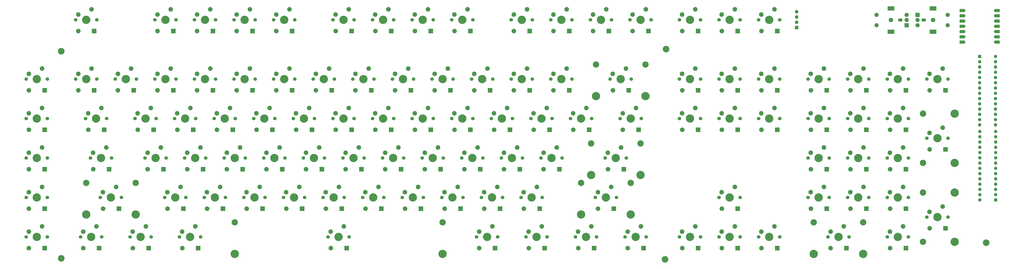
<source format=gbr>
%TF.GenerationSoftware,KiCad,Pcbnew,8.0.8*%
%TF.CreationDate,2025-11-12T22:54:25+00:00*%
%TF.ProjectId,Blueboard-Kicad,426c7565-626f-4617-9264-2d4b69636164,rev?*%
%TF.SameCoordinates,Original*%
%TF.FileFunction,Soldermask,Top*%
%TF.FilePolarity,Negative*%
%FSLAX46Y46*%
G04 Gerber Fmt 4.6, Leading zero omitted, Abs format (unit mm)*
G04 Created by KiCad (PCBNEW 8.0.8) date 2025-11-12 22:54:25*
%MOMM*%
%LPD*%
G01*
G04 APERTURE LIST*
G04 Aperture macros list*
%AMRoundRect*
0 Rectangle with rounded corners*
0 $1 Rounding radius*
0 $2 $3 $4 $5 $6 $7 $8 $9 X,Y pos of 4 corners*
0 Add a 4 corners polygon primitive as box body*
4,1,4,$2,$3,$4,$5,$6,$7,$8,$9,$2,$3,0*
0 Add four circle primitives for the rounded corners*
1,1,$1+$1,$2,$3*
1,1,$1+$1,$4,$5*
1,1,$1+$1,$6,$7*
1,1,$1+$1,$8,$9*
0 Add four rect primitives between the rounded corners*
20,1,$1+$1,$2,$3,$4,$5,0*
20,1,$1+$1,$4,$5,$6,$7,0*
20,1,$1+$1,$6,$7,$8,$9,0*
20,1,$1+$1,$8,$9,$2,$3,0*%
G04 Aperture macros list end*
%ADD10C,3.200000*%
%ADD11C,1.700000*%
%ADD12C,4.000000*%
%ADD13C,2.200000*%
%ADD14C,3.050000*%
%ADD15O,2.200000X1.600000*%
%ADD16C,2.100000*%
%ADD17R,2.000000X2.000000*%
%ADD18C,2.000000*%
%ADD19R,3.200000X2.000000*%
%ADD20R,1.700000X1.700000*%
%ADD21O,1.700000X1.700000*%
%ADD22R,1.600000X1.600000*%
%ADD23O,1.600000X1.600000*%
%ADD24RoundRect,0.152400X-1.063600X-0.609600X1.063600X-0.609600X1.063600X0.609600X-1.063600X0.609600X0*%
%ADD25C,1.524000*%
%ADD26RoundRect,0.152400X1.063600X0.609600X-1.063600X0.609600X-1.063600X-0.609600X1.063600X-0.609600X0*%
%ADD27R,2.200000X2.200000*%
%ADD28O,2.200000X2.200000*%
G04 APERTURE END LIST*
D10*
%TO.C,REF\u002A\u002A*%
X47500000Y-247500000D03*
%TD*%
%TO.C,REF\u002A\u002A*%
X47500000Y-147500000D03*
%TD*%
%TO.C,REF\u002A\u002A*%
X338000000Y-248000000D03*
%TD*%
%TO.C,REF\u002A\u002A*%
X338500000Y-146500000D03*
%TD*%
%TO.C,REF\u002A\u002A*%
X492500000Y-240000000D03*
%TD*%
D11*
%TO.C,SW53*%
X316392500Y-180040000D03*
D12*
X321472500Y-180040000D03*
D11*
X326552500Y-180040000D03*
D13*
X324012500Y-174960000D03*
X317662500Y-177500000D03*
%TD*%
D11*
%TO.C,SW52*%
X292580000Y-180040000D03*
D12*
X297660000Y-180040000D03*
D11*
X302740000Y-180040000D03*
D13*
X300200000Y-174960000D03*
X293850000Y-177500000D03*
%TD*%
D11*
%TO.C,SW98*%
X80648750Y-237190000D03*
D12*
X85728750Y-237190000D03*
D11*
X90808750Y-237190000D03*
D13*
X88268750Y-232110000D03*
X81918750Y-234650000D03*
%TD*%
D11*
%TO.C,SW71*%
X240192500Y-199090000D03*
D12*
X245272500Y-199090000D03*
D11*
X250352500Y-199090000D03*
D13*
X247812500Y-194010000D03*
X241462500Y-196550000D03*
%TD*%
D11*
%TO.C,SW58*%
X425930000Y-180040000D03*
D12*
X431010000Y-180040000D03*
D11*
X436090000Y-180040000D03*
D13*
X433550000Y-174960000D03*
X427200000Y-177500000D03*
%TD*%
D11*
%TO.C,SW102*%
X271148750Y-237190000D03*
D12*
X276228750Y-237190000D03*
D11*
X281308750Y-237190000D03*
D13*
X278768750Y-232110000D03*
X272418750Y-234650000D03*
%TD*%
D14*
%TO.C,SW100*%
X130978750Y-230190000D03*
D12*
X130978750Y-245430000D03*
D11*
X175898750Y-237190000D03*
D12*
X180978750Y-237190000D03*
D11*
X186058750Y-237190000D03*
D14*
X230978750Y-230190000D03*
D12*
X230978750Y-245430000D03*
D13*
X183518750Y-232110000D03*
X177168750Y-234650000D03*
%TD*%
D11*
%TO.C,SW47*%
X197330000Y-180040000D03*
D12*
X202410000Y-180040000D03*
D11*
X207490000Y-180040000D03*
D13*
X204950000Y-174960000D03*
X198600000Y-177500000D03*
%TD*%
D11*
%TO.C,SW61*%
X30642500Y-199090000D03*
D12*
X35722500Y-199090000D03*
D11*
X40802500Y-199090000D03*
D13*
X38262500Y-194010000D03*
X31912500Y-196550000D03*
%TD*%
D11*
%TO.C,SW93*%
X425930000Y-218140000D03*
D12*
X431010000Y-218140000D03*
D11*
X436090000Y-218140000D03*
D13*
X433550000Y-213060000D03*
X427200000Y-215600000D03*
%TD*%
D11*
%TO.C,SW30*%
X283055000Y-160990000D03*
D12*
X288135000Y-160990000D03*
D11*
X293215000Y-160990000D03*
D13*
X290675000Y-155910000D03*
X284325000Y-158450000D03*
%TD*%
D11*
%TO.C,SW23*%
X149705000Y-160990000D03*
D12*
X154785000Y-160990000D03*
D11*
X159865000Y-160990000D03*
D13*
X157325000Y-155910000D03*
X150975000Y-158450000D03*
%TD*%
D15*
%TO.C,ROT3*%
X462500000Y-132500000D03*
D16*
X467000000Y-132500000D03*
D17*
X459500000Y-130000000D03*
D18*
X459500000Y-135000000D03*
X459500000Y-132500000D03*
D19*
X467000000Y-126900000D03*
X467000000Y-138100000D03*
D18*
X474000000Y-135000000D03*
X474000000Y-130000000D03*
%TD*%
D11*
%TO.C,SW69*%
X202092500Y-199090000D03*
D12*
X207172500Y-199090000D03*
D11*
X212252500Y-199090000D03*
D13*
X209712500Y-194010000D03*
X203362500Y-196550000D03*
%TD*%
D11*
%TO.C,SW37*%
X444980000Y-160990000D03*
D12*
X450060000Y-160990000D03*
D11*
X455140000Y-160990000D03*
D13*
X452600000Y-155910000D03*
X446250000Y-158450000D03*
%TD*%
D11*
%TO.C,SW64*%
X106842500Y-199090000D03*
D12*
X111922500Y-199090000D03*
D11*
X117002500Y-199090000D03*
D13*
X114462500Y-194010000D03*
X108112500Y-196550000D03*
%TD*%
D11*
%TO.C,SW65*%
X125892500Y-199090000D03*
D12*
X130972500Y-199090000D03*
D11*
X136052500Y-199090000D03*
D13*
X133512500Y-194010000D03*
X127162500Y-196550000D03*
%TD*%
D11*
%TO.C,SW5*%
X149705000Y-132415000D03*
D12*
X154785000Y-132415000D03*
D11*
X159865000Y-132415000D03*
D13*
X157325000Y-127335000D03*
X150975000Y-129875000D03*
%TD*%
D11*
%TO.C,SW105*%
X344967500Y-237190000D03*
D12*
X350047500Y-237190000D03*
D11*
X355127500Y-237190000D03*
D13*
X352587500Y-232110000D03*
X346237500Y-234650000D03*
%TD*%
D11*
%TO.C,SW75*%
X406880000Y-199090000D03*
D12*
X411960000Y-199090000D03*
D11*
X417040000Y-199090000D03*
D13*
X414500000Y-194010000D03*
X408150000Y-196550000D03*
%TD*%
D11*
%TO.C,SW82*%
X135417500Y-218140000D03*
D12*
X140497500Y-218140000D03*
D11*
X145577500Y-218140000D03*
D13*
X143037500Y-213060000D03*
X136687500Y-215600000D03*
%TD*%
D11*
%TO.C,SW96*%
X30642500Y-237190000D03*
D12*
X35722500Y-237190000D03*
D11*
X40802500Y-237190000D03*
D13*
X38262500Y-232110000D03*
X31912500Y-234650000D03*
%TD*%
D11*
%TO.C,SW85*%
X192567500Y-218140000D03*
D12*
X197647500Y-218140000D03*
D11*
X202727500Y-218140000D03*
D13*
X200187500Y-213060000D03*
X193837500Y-215600000D03*
%TD*%
D11*
%TO.C,SW15*%
X364017500Y-132415000D03*
D12*
X369097500Y-132415000D03*
D11*
X374177500Y-132415000D03*
D13*
X371637500Y-127335000D03*
X365287500Y-129875000D03*
%TD*%
D11*
%TO.C,SW86*%
X211617500Y-218140000D03*
D12*
X216697500Y-218140000D03*
D11*
X221777500Y-218140000D03*
D13*
X219237500Y-213060000D03*
X212887500Y-215600000D03*
%TD*%
D11*
%TO.C,SW68*%
X183042500Y-199090000D03*
D12*
X188122500Y-199090000D03*
D11*
X193202500Y-199090000D03*
D13*
X190662500Y-194010000D03*
X184312500Y-196550000D03*
%TD*%
D11*
%TO.C,SW87*%
X230667500Y-218140000D03*
D12*
X235747500Y-218140000D03*
D11*
X240827500Y-218140000D03*
D13*
X238287500Y-213060000D03*
X231937500Y-215600000D03*
%TD*%
D11*
%TO.C,SW44*%
X140180000Y-180040000D03*
D12*
X145260000Y-180040000D03*
D11*
X150340000Y-180040000D03*
D13*
X147800000Y-174960000D03*
X141450000Y-177500000D03*
%TD*%
D11*
%TO.C,SW88*%
X249717500Y-218140000D03*
D12*
X254797500Y-218140000D03*
D11*
X259877500Y-218140000D03*
D13*
X257337500Y-213060000D03*
X250987500Y-215600000D03*
%TD*%
D11*
%TO.C,SW55*%
X364017500Y-180040000D03*
D12*
X369097500Y-180040000D03*
D11*
X374177500Y-180040000D03*
D13*
X371637500Y-174960000D03*
X365287500Y-177500000D03*
%TD*%
D11*
%TO.C,SW83*%
X154467500Y-218140000D03*
D12*
X159547500Y-218140000D03*
D11*
X164627500Y-218140000D03*
D13*
X162087500Y-213060000D03*
X155737500Y-215600000D03*
%TD*%
D11*
%TO.C,SW38*%
X464030000Y-160990000D03*
D12*
X469110000Y-160990000D03*
D11*
X474190000Y-160990000D03*
D13*
X471650000Y-155910000D03*
X465300000Y-158450000D03*
%TD*%
D11*
%TO.C,SW13*%
X321155000Y-132415000D03*
D12*
X326235000Y-132415000D03*
D11*
X331315000Y-132415000D03*
D13*
X328775000Y-127335000D03*
X322425000Y-129875000D03*
%TD*%
D11*
%TO.C,SW2*%
X92555000Y-132415000D03*
D12*
X97635000Y-132415000D03*
D11*
X102715000Y-132415000D03*
D13*
X100175000Y-127335000D03*
X93825000Y-129875000D03*
%TD*%
D11*
%TO.C,SW107*%
X383067500Y-237190000D03*
D12*
X388147500Y-237190000D03*
D11*
X393227500Y-237190000D03*
D13*
X390687500Y-232110000D03*
X384337500Y-234650000D03*
%TD*%
%TO.C,SW31*%
X312900000Y-158450000D03*
X319250000Y-155910000D03*
D12*
X328610000Y-169230000D03*
D14*
X328610000Y-153990000D03*
D11*
X321790000Y-160990000D03*
D12*
X316710000Y-160990000D03*
D11*
X311630000Y-160990000D03*
D12*
X304810000Y-169230000D03*
D14*
X304810000Y-153990000D03*
%TD*%
D11*
%TO.C,SW11*%
X283055000Y-132415000D03*
D12*
X288135000Y-132415000D03*
D11*
X293215000Y-132415000D03*
D13*
X290675000Y-127335000D03*
X284325000Y-129875000D03*
%TD*%
D11*
%TO.C,SW78*%
X30642500Y-218140000D03*
D12*
X35722500Y-218140000D03*
D11*
X40802500Y-218140000D03*
D13*
X38262500Y-213060000D03*
X31912500Y-215600000D03*
%TD*%
D11*
%TO.C,SW73*%
X278292500Y-199090000D03*
D12*
X283372500Y-199090000D03*
D11*
X288452500Y-199090000D03*
D13*
X285912500Y-194010000D03*
X279562500Y-196550000D03*
%TD*%
D11*
%TO.C,SW16*%
X383067500Y-132415000D03*
D12*
X388147500Y-132415000D03*
D11*
X393227500Y-132415000D03*
D13*
X390687500Y-127335000D03*
X384337500Y-129875000D03*
%TD*%
D11*
%TO.C,SW29*%
X264005000Y-160990000D03*
D12*
X269085000Y-160990000D03*
D11*
X274165000Y-160990000D03*
D13*
X271625000Y-155910000D03*
X265275000Y-158450000D03*
%TD*%
D11*
%TO.C,SW27*%
X225905000Y-160990000D03*
D12*
X230985000Y-160990000D03*
D11*
X236065000Y-160990000D03*
D13*
X233525000Y-155910000D03*
X227175000Y-158450000D03*
%TD*%
D14*
%TO.C,SW90*%
X297666250Y-211140000D03*
D12*
X297666250Y-226380000D03*
D11*
X304486250Y-218140000D03*
D12*
X309566250Y-218140000D03*
D11*
X314646250Y-218140000D03*
D14*
X321466250Y-211140000D03*
D12*
X321466250Y-226380000D03*
D13*
X312106250Y-213060000D03*
X305756250Y-215600000D03*
%TD*%
D11*
%TO.C,SW76*%
X425930000Y-199090000D03*
D12*
X431010000Y-199090000D03*
D11*
X436090000Y-199090000D03*
D13*
X433550000Y-194010000D03*
X427200000Y-196550000D03*
%TD*%
D11*
%TO.C,SW22*%
X130655000Y-160990000D03*
D12*
X135735000Y-160990000D03*
D11*
X140815000Y-160990000D03*
D13*
X138275000Y-155910000D03*
X131925000Y-158450000D03*
%TD*%
D11*
%TO.C,SW40*%
X59217500Y-180040000D03*
D12*
X64297500Y-180040000D03*
D11*
X69377500Y-180040000D03*
D13*
X66837500Y-174960000D03*
X60487500Y-177500000D03*
%TD*%
D11*
%TO.C,SW34*%
X383067500Y-160990000D03*
D12*
X388147500Y-160990000D03*
D11*
X393227500Y-160990000D03*
D13*
X390687500Y-155910000D03*
X384337500Y-158450000D03*
%TD*%
D11*
%TO.C,SW25*%
X187805000Y-160990000D03*
D12*
X192885000Y-160990000D03*
D11*
X197965000Y-160990000D03*
D13*
X195425000Y-155910000D03*
X189075000Y-158450000D03*
%TD*%
D11*
%TO.C,SW66*%
X144942500Y-199090000D03*
D12*
X150022500Y-199090000D03*
D11*
X155102500Y-199090000D03*
D13*
X152562500Y-194010000D03*
X146212500Y-196550000D03*
%TD*%
D11*
%TO.C,SW48*%
X216380000Y-180040000D03*
D12*
X221460000Y-180040000D03*
D11*
X226540000Y-180040000D03*
D13*
X224000000Y-174960000D03*
X217650000Y-177500000D03*
%TD*%
D11*
%TO.C,SW14*%
X344967500Y-132415000D03*
D12*
X350047500Y-132415000D03*
D11*
X355127500Y-132415000D03*
D13*
X352587500Y-127335000D03*
X346237500Y-129875000D03*
%TD*%
D11*
%TO.C,SW36*%
X425930000Y-160990000D03*
D12*
X431010000Y-160990000D03*
D11*
X436090000Y-160990000D03*
D13*
X433550000Y-155910000D03*
X427200000Y-158450000D03*
%TD*%
D14*
%TO.C,SW79*%
X59541250Y-211140000D03*
D12*
X59541250Y-226380000D03*
D11*
X66361250Y-218140000D03*
D12*
X71441250Y-218140000D03*
D11*
X76521250Y-218140000D03*
D14*
X83341250Y-211140000D03*
D12*
X83341250Y-226380000D03*
D13*
X73981250Y-213060000D03*
X67631250Y-215600000D03*
%TD*%
D11*
%TO.C,SW106*%
X364017500Y-237190000D03*
D12*
X369097500Y-237190000D03*
D11*
X374177500Y-237190000D03*
D13*
X371637500Y-232110000D03*
X365287500Y-234650000D03*
%TD*%
D20*
%TO.C,J1*%
X401385000Y-136080000D03*
D21*
X401385000Y-133540000D03*
X401385000Y-131000000D03*
X401385000Y-128460000D03*
%TD*%
D15*
%TO.C,ROT2*%
X451250000Y-132500000D03*
D16*
X446750000Y-132500000D03*
D17*
X454250000Y-135000000D03*
D18*
X454250000Y-130000000D03*
X454250000Y-132500000D03*
D19*
X446750000Y-138100000D03*
X446750000Y-126900000D03*
D18*
X439750000Y-130000000D03*
X439750000Y-135000000D03*
%TD*%
D11*
%TO.C,SW17*%
X30642500Y-160990000D03*
D12*
X35722500Y-160990000D03*
D11*
X40802500Y-160990000D03*
D13*
X38262500Y-155910000D03*
X31912500Y-158450000D03*
%TD*%
D11*
%TO.C,SW57*%
X406880000Y-180040000D03*
D12*
X411960000Y-180040000D03*
D11*
X417040000Y-180040000D03*
D13*
X414500000Y-174960000D03*
X408150000Y-177500000D03*
%TD*%
D11*
%TO.C,SW97*%
X56836250Y-237190000D03*
D12*
X61916250Y-237190000D03*
D11*
X66996250Y-237190000D03*
D13*
X64456250Y-232110000D03*
X58106250Y-234650000D03*
%TD*%
D11*
%TO.C,SW99*%
X104461250Y-237190000D03*
D12*
X109541250Y-237190000D03*
D11*
X114621250Y-237190000D03*
D13*
X112081250Y-232110000D03*
X105731250Y-234650000D03*
%TD*%
D11*
%TO.C,SW32*%
X344967500Y-160990000D03*
D12*
X350047500Y-160990000D03*
D11*
X355127500Y-160990000D03*
D13*
X352587500Y-155910000D03*
X346237500Y-158450000D03*
%TD*%
D11*
%TO.C,SW28*%
X244955000Y-160990000D03*
D12*
X250035000Y-160990000D03*
D11*
X255115000Y-160990000D03*
D13*
X252575000Y-155910000D03*
X246225000Y-158450000D03*
%TD*%
D11*
%TO.C,SW24*%
X168755000Y-160990000D03*
D12*
X173835000Y-160990000D03*
D11*
X178915000Y-160990000D03*
D13*
X176375000Y-155910000D03*
X170025000Y-158450000D03*
%TD*%
D11*
%TO.C,SW92*%
X406880000Y-218140000D03*
D12*
X411960000Y-218140000D03*
D11*
X417040000Y-218140000D03*
D13*
X414500000Y-213060000D03*
X408150000Y-215600000D03*
%TD*%
D22*
%TO.C,U4*%
X489380000Y-150100000D03*
D23*
X489380000Y-152640000D03*
X489380000Y-155180000D03*
X489380000Y-157720000D03*
X489380000Y-160260000D03*
X489380000Y-162800000D03*
X489380000Y-165340000D03*
X489380000Y-167880000D03*
X489380000Y-170420000D03*
X489380000Y-172960000D03*
X489380000Y-175500000D03*
X489380000Y-178040000D03*
X489380000Y-180580000D03*
X489380000Y-183120000D03*
X497000000Y-183120000D03*
X497000000Y-180580000D03*
X497000000Y-178040000D03*
X497000000Y-175500000D03*
X497000000Y-172960000D03*
X497000000Y-170420000D03*
X497000000Y-167880000D03*
X497000000Y-165340000D03*
X497000000Y-162800000D03*
X497000000Y-160260000D03*
X497000000Y-157720000D03*
X497000000Y-155180000D03*
X497000000Y-152640000D03*
X497000000Y-150100000D03*
%TD*%
D11*
%TO.C,SW46*%
X178280000Y-180040000D03*
D12*
X183360000Y-180040000D03*
D11*
X188440000Y-180040000D03*
D13*
X185900000Y-174960000D03*
X179550000Y-177500000D03*
%TD*%
D11*
%TO.C,SW7*%
X197330000Y-132415000D03*
D12*
X202410000Y-132415000D03*
D11*
X207490000Y-132415000D03*
D13*
X204950000Y-127335000D03*
X198600000Y-129875000D03*
%TD*%
D11*
%TO.C,SW6*%
X178280000Y-132415000D03*
D12*
X183360000Y-132415000D03*
D11*
X188440000Y-132415000D03*
D13*
X185900000Y-127335000D03*
X179550000Y-129875000D03*
%TD*%
D11*
%TO.C,SW42*%
X102080000Y-180040000D03*
D12*
X107160000Y-180040000D03*
D11*
X112240000Y-180040000D03*
D13*
X109700000Y-174960000D03*
X103350000Y-177500000D03*
%TD*%
D11*
%TO.C,SW62*%
X61598750Y-199090000D03*
D12*
X66678750Y-199090000D03*
D11*
X71758750Y-199090000D03*
D13*
X69218750Y-194010000D03*
X62868750Y-196550000D03*
%TD*%
D11*
%TO.C,SW72*%
X259242500Y-199090000D03*
D12*
X264322500Y-199090000D03*
D11*
X269402500Y-199090000D03*
D13*
X266862500Y-194010000D03*
X260512500Y-196550000D03*
%TD*%
D11*
%TO.C,SW20*%
X92555000Y-160990000D03*
D12*
X97635000Y-160990000D03*
D11*
X102715000Y-160990000D03*
D13*
X100175000Y-155910000D03*
X93825000Y-158450000D03*
%TD*%
D11*
%TO.C,SW91*%
X364017500Y-218140000D03*
D12*
X369097500Y-218140000D03*
D11*
X374177500Y-218140000D03*
D13*
X371637500Y-213060000D03*
X365287500Y-215600000D03*
%TD*%
D11*
%TO.C,SW41*%
X83030000Y-180040000D03*
D12*
X88110000Y-180040000D03*
D11*
X93190000Y-180040000D03*
D13*
X90650000Y-174960000D03*
X84300000Y-177500000D03*
%TD*%
D11*
%TO.C,SW35*%
X406880000Y-160990000D03*
D12*
X411960000Y-160990000D03*
D11*
X417040000Y-160990000D03*
D13*
X414500000Y-155910000D03*
X408150000Y-158450000D03*
%TD*%
D11*
%TO.C,SW67*%
X163992500Y-199090000D03*
D12*
X169072500Y-199090000D03*
D11*
X174152500Y-199090000D03*
D13*
X171612500Y-194010000D03*
X165262500Y-196550000D03*
%TD*%
%TO.C,SW95*%
X465300000Y-225125000D03*
X471650000Y-222585000D03*
D12*
X477350000Y-239565000D03*
X477350000Y-215765000D03*
D11*
X474190000Y-227665000D03*
D12*
X469110000Y-227665000D03*
D11*
X464030000Y-227665000D03*
D14*
X462110000Y-239565000D03*
X462110000Y-215765000D03*
%TD*%
D11*
%TO.C,SW9*%
X235430000Y-132415000D03*
D12*
X240510000Y-132415000D03*
D11*
X245590000Y-132415000D03*
D13*
X243050000Y-127335000D03*
X236700000Y-129875000D03*
%TD*%
D11*
%TO.C,SW33*%
X364017500Y-160990000D03*
D12*
X369097500Y-160990000D03*
D11*
X374177500Y-160990000D03*
D13*
X371637500Y-155910000D03*
X365287500Y-158450000D03*
%TD*%
D11*
%TO.C,SW70*%
X221142500Y-199090000D03*
D12*
X226222500Y-199090000D03*
D11*
X231302500Y-199090000D03*
D13*
X228762500Y-194010000D03*
X222412500Y-196550000D03*
%TD*%
D11*
%TO.C,SW63*%
X87792500Y-199090000D03*
D12*
X92872500Y-199090000D03*
D11*
X97952500Y-199090000D03*
D13*
X95412500Y-194010000D03*
X89062500Y-196550000D03*
%TD*%
D22*
%TO.C,U3*%
X497120000Y-219360000D03*
D23*
X497120000Y-216820000D03*
X497120000Y-214280000D03*
X497120000Y-211740000D03*
X497120000Y-209200000D03*
X497120000Y-206660000D03*
X497120000Y-204120000D03*
X497120000Y-201580000D03*
X497120000Y-199040000D03*
X497120000Y-196500000D03*
X497120000Y-193960000D03*
X497120000Y-191420000D03*
X497120000Y-188880000D03*
X497120000Y-186340000D03*
X489500000Y-186340000D03*
X489500000Y-188880000D03*
X489500000Y-191420000D03*
X489500000Y-193960000D03*
X489500000Y-196500000D03*
X489500000Y-199040000D03*
X489500000Y-201580000D03*
X489500000Y-204120000D03*
X489500000Y-206660000D03*
X489500000Y-209200000D03*
X489500000Y-211740000D03*
X489500000Y-214280000D03*
X489500000Y-216820000D03*
X489500000Y-219360000D03*
%TD*%
D14*
%TO.C,SW60*%
X462110000Y-177665000D03*
X462110000Y-201465000D03*
D11*
X464030000Y-189565000D03*
D12*
X469110000Y-189565000D03*
D11*
X474190000Y-189565000D03*
D12*
X477350000Y-177665000D03*
X477350000Y-201465000D03*
D13*
X471650000Y-184485000D03*
X465300000Y-187025000D03*
%TD*%
D11*
%TO.C,SW51*%
X273530000Y-180040000D03*
D12*
X278610000Y-180040000D03*
D11*
X283690000Y-180040000D03*
D13*
X281150000Y-174960000D03*
X274800000Y-177500000D03*
%TD*%
D11*
%TO.C,SW56*%
X383067500Y-180040000D03*
D12*
X388147500Y-180040000D03*
D11*
X393227500Y-180040000D03*
D13*
X390687500Y-174960000D03*
X384337500Y-177500000D03*
%TD*%
D11*
%TO.C,SW80*%
X97317500Y-218140000D03*
D12*
X102397500Y-218140000D03*
D11*
X107477500Y-218140000D03*
D13*
X104937500Y-213060000D03*
X98587500Y-215600000D03*
%TD*%
D11*
%TO.C,SW104*%
X318773750Y-237190000D03*
D12*
X323853750Y-237190000D03*
D11*
X328933750Y-237190000D03*
D13*
X326393750Y-232110000D03*
X320043750Y-234650000D03*
%TD*%
D11*
%TO.C,SW89*%
X268767500Y-218140000D03*
D12*
X273847500Y-218140000D03*
D11*
X278927500Y-218140000D03*
D13*
X276387500Y-213060000D03*
X270037500Y-215600000D03*
%TD*%
D14*
%TO.C,SW74*%
X302428750Y-192090000D03*
D12*
X302428750Y-207330000D03*
D11*
X309248750Y-199090000D03*
D12*
X314328750Y-199090000D03*
D11*
X319408750Y-199090000D03*
D14*
X326228750Y-192090000D03*
D12*
X326228750Y-207330000D03*
D13*
X316868750Y-194010000D03*
X310518750Y-196550000D03*
%TD*%
D11*
%TO.C,SW94*%
X444980000Y-218140000D03*
D12*
X450060000Y-218140000D03*
D11*
X455140000Y-218140000D03*
D13*
X452600000Y-213060000D03*
X446250000Y-215600000D03*
%TD*%
D11*
%TO.C,SW77*%
X444980000Y-199090000D03*
D12*
X450060000Y-199090000D03*
D11*
X455140000Y-199090000D03*
D13*
X452600000Y-194010000D03*
X446250000Y-196550000D03*
%TD*%
D11*
%TO.C,SW39*%
X30642500Y-180040000D03*
D12*
X35722500Y-180040000D03*
D11*
X40802500Y-180040000D03*
D13*
X38262500Y-174960000D03*
X31912500Y-177500000D03*
%TD*%
D14*
%TO.C,SW108*%
X409585000Y-230190000D03*
D12*
X409585000Y-245430000D03*
D11*
X416405000Y-237190000D03*
D12*
X421485000Y-237190000D03*
D11*
X426565000Y-237190000D03*
D14*
X433385000Y-230190000D03*
D12*
X433385000Y-245430000D03*
D13*
X424025000Y-232110000D03*
X417675000Y-234650000D03*
%TD*%
D11*
%TO.C,SW84*%
X173517500Y-218140000D03*
D12*
X178597500Y-218140000D03*
D11*
X183677500Y-218140000D03*
D13*
X181137500Y-213060000D03*
X174787500Y-215600000D03*
%TD*%
D11*
%TO.C,SW59*%
X444980000Y-180040000D03*
D12*
X450060000Y-180040000D03*
D11*
X455140000Y-180040000D03*
D13*
X452600000Y-174960000D03*
X446250000Y-177500000D03*
%TD*%
D11*
%TO.C,SW21*%
X111605000Y-160990000D03*
D12*
X116685000Y-160990000D03*
D11*
X121765000Y-160990000D03*
D13*
X119225000Y-155910000D03*
X112875000Y-158450000D03*
%TD*%
D11*
%TO.C,SW49*%
X235430000Y-180040000D03*
D12*
X240510000Y-180040000D03*
D11*
X245590000Y-180040000D03*
D13*
X243050000Y-174960000D03*
X236700000Y-177500000D03*
%TD*%
D11*
%TO.C,SW103*%
X294961250Y-237190000D03*
D12*
X300041250Y-237190000D03*
D11*
X305121250Y-237190000D03*
D13*
X302581250Y-232110000D03*
X296231250Y-234650000D03*
%TD*%
D11*
%TO.C,SW81*%
X116367500Y-218140000D03*
D12*
X121447500Y-218140000D03*
D11*
X126527500Y-218140000D03*
D13*
X123987500Y-213060000D03*
X117637500Y-215600000D03*
%TD*%
D11*
%TO.C,SW109*%
X444980000Y-237190000D03*
D12*
X450060000Y-237190000D03*
D11*
X455140000Y-237190000D03*
D13*
X452600000Y-232110000D03*
X446250000Y-234650000D03*
%TD*%
D11*
%TO.C,SW4*%
X130655000Y-132415000D03*
D12*
X135735000Y-132415000D03*
D11*
X140815000Y-132415000D03*
D13*
X138275000Y-127335000D03*
X131925000Y-129875000D03*
%TD*%
D11*
%TO.C,SW26*%
X206855000Y-160990000D03*
D12*
X211935000Y-160990000D03*
D11*
X217015000Y-160990000D03*
D13*
X214475000Y-155910000D03*
X208125000Y-158450000D03*
%TD*%
D11*
%TO.C,SW45*%
X159230000Y-180040000D03*
D12*
X164310000Y-180040000D03*
D11*
X169390000Y-180040000D03*
D13*
X166850000Y-174960000D03*
X160500000Y-177500000D03*
%TD*%
D11*
%TO.C,SW19*%
X73505000Y-160990000D03*
D12*
X78585000Y-160990000D03*
D11*
X83665000Y-160990000D03*
D13*
X81125000Y-155910000D03*
X74775000Y-158450000D03*
%TD*%
D11*
%TO.C,SW101*%
X247336250Y-237190000D03*
D12*
X252416250Y-237190000D03*
D11*
X257496250Y-237190000D03*
D13*
X254956250Y-232110000D03*
X248606250Y-234650000D03*
%TD*%
D11*
%TO.C,SW54*%
X344967500Y-180040000D03*
D12*
X350047500Y-180040000D03*
D11*
X355127500Y-180040000D03*
D13*
X352587500Y-174960000D03*
X346237500Y-177500000D03*
%TD*%
D11*
%TO.C,SW12*%
X302105000Y-132415000D03*
D12*
X307185000Y-132415000D03*
D11*
X312265000Y-132415000D03*
D13*
X309725000Y-127335000D03*
X303375000Y-129875000D03*
%TD*%
D24*
%TO.C,U1*%
X497835000Y-127880000D03*
D25*
X497000000Y-127880000D03*
D24*
X497835000Y-130420000D03*
D25*
X497000000Y-130420000D03*
D24*
X497835000Y-132960000D03*
D25*
X497000000Y-132960000D03*
D24*
X497835000Y-135500000D03*
D25*
X497000000Y-135500000D03*
D24*
X497835000Y-138040000D03*
D25*
X497000000Y-138040000D03*
D24*
X497835000Y-140580000D03*
D25*
X497000000Y-140580000D03*
D24*
X497835000Y-143120000D03*
D25*
X497000000Y-143120000D03*
X481760000Y-143120000D03*
D26*
X480925000Y-143120000D03*
D25*
X481760000Y-140580000D03*
D26*
X480925000Y-140580000D03*
D25*
X481760000Y-138040000D03*
D26*
X480925000Y-138040000D03*
D25*
X481760000Y-135500000D03*
D26*
X480925000Y-135500000D03*
D25*
X481760000Y-132960000D03*
D26*
X480925000Y-132960000D03*
D25*
X481760000Y-130420000D03*
D26*
X480925000Y-130420000D03*
D25*
X481760000Y-127880000D03*
D26*
X480925000Y-127880000D03*
%TD*%
D11*
%TO.C,SW1*%
X54455000Y-132415000D03*
D12*
X59535000Y-132415000D03*
D11*
X64615000Y-132415000D03*
D13*
X62075000Y-127335000D03*
X55725000Y-129875000D03*
%TD*%
D11*
%TO.C,SW43*%
X121130000Y-180040000D03*
D12*
X126210000Y-180040000D03*
D11*
X131290000Y-180040000D03*
D13*
X128750000Y-174960000D03*
X122400000Y-177500000D03*
%TD*%
D11*
%TO.C,SW8*%
X216380000Y-132415000D03*
D12*
X221460000Y-132415000D03*
D11*
X226540000Y-132415000D03*
D13*
X224000000Y-127335000D03*
X217650000Y-129875000D03*
%TD*%
D11*
%TO.C,SW10*%
X264005000Y-132415000D03*
D12*
X269085000Y-132415000D03*
D11*
X274165000Y-132415000D03*
D13*
X271625000Y-127335000D03*
X265275000Y-129875000D03*
%TD*%
D11*
%TO.C,SW50*%
X254480000Y-180040000D03*
D12*
X259560000Y-180040000D03*
D11*
X264640000Y-180040000D03*
D13*
X262100000Y-174960000D03*
X255750000Y-177500000D03*
%TD*%
D27*
%TO.C,D37*%
X182447500Y-223560000D03*
D28*
X174827500Y-223560000D03*
%TD*%
D27*
%TO.C,D41*%
X191972500Y-204510000D03*
D28*
X184352500Y-204510000D03*
%TD*%
D27*
%TO.C,D28*%
X139585000Y-137835000D03*
D28*
X131965000Y-137835000D03*
%TD*%
D27*
%TO.C,D68*%
X282460000Y-185460000D03*
D28*
X274840000Y-185460000D03*
%TD*%
D27*
%TO.C,D53*%
X256266250Y-242610000D03*
D28*
X248646250Y-242610000D03*
%TD*%
D27*
%TO.C,D100*%
X434860000Y-204510000D03*
D28*
X427240000Y-204510000D03*
%TD*%
D27*
%TO.C,D98*%
X434860000Y-166410000D03*
D28*
X427240000Y-166410000D03*
%TD*%
D27*
%TO.C,D76*%
X272935000Y-137835000D03*
D28*
X265315000Y-137835000D03*
%TD*%
D27*
%TO.C,D99*%
X434860000Y-185460000D03*
D28*
X427240000Y-185460000D03*
%TD*%
D27*
%TO.C,D39*%
X177685000Y-166410000D03*
D28*
X170065000Y-166410000D03*
%TD*%
D27*
%TO.C,D86*%
X372947500Y-185460000D03*
D28*
X365327500Y-185460000D03*
%TD*%
D27*
%TO.C,D31*%
X153872500Y-204510000D03*
D28*
X146252500Y-204510000D03*
%TD*%
D27*
%TO.C,D49*%
X215785000Y-166410000D03*
D28*
X208165000Y-166410000D03*
%TD*%
D27*
%TO.C,D44*%
X206260000Y-185460000D03*
D28*
X198640000Y-185460000D03*
%TD*%
D27*
%TO.C,D47*%
X187210000Y-137835000D03*
D28*
X179590000Y-137835000D03*
%TD*%
D27*
%TO.C,D35*%
X168160000Y-185460000D03*
D28*
X160540000Y-185460000D03*
%TD*%
D27*
%TO.C,D40*%
X187210000Y-185460000D03*
D28*
X179590000Y-185460000D03*
%TD*%
D27*
%TO.C,D60*%
X244360000Y-137835000D03*
D28*
X236740000Y-137835000D03*
%TD*%
D27*
%TO.C,D23*%
X120535000Y-137835000D03*
D28*
X112915000Y-137835000D03*
%TD*%
D27*
%TO.C,D104*%
X453910000Y-204510000D03*
D28*
X446290000Y-204510000D03*
%TD*%
D27*
%TO.C,D43*%
X196735000Y-166410000D03*
D28*
X189115000Y-166410000D03*
%TD*%
D27*
%TO.C,D63*%
X268172500Y-204510000D03*
D28*
X260552500Y-204510000D03*
%TD*%
D27*
%TO.C,D8*%
X68147500Y-185460000D03*
D28*
X60527500Y-185460000D03*
%TD*%
D27*
%TO.C,D78*%
X318178750Y-204510000D03*
D28*
X310558750Y-204510000D03*
%TD*%
D27*
%TO.C,D16*%
X89578750Y-242610000D03*
D28*
X81958750Y-242610000D03*
%TD*%
D27*
%TO.C,D88*%
X372947500Y-223560000D03*
D28*
X365327500Y-223560000D03*
%TD*%
D27*
%TO.C,D33*%
X158635000Y-137835000D03*
D28*
X151015000Y-137835000D03*
%TD*%
D27*
%TO.C,D102*%
X453910000Y-166410000D03*
D28*
X446290000Y-166410000D03*
%TD*%
D27*
%TO.C,D21*%
X125297500Y-223560000D03*
D28*
X117677500Y-223560000D03*
%TD*%
D27*
%TO.C,D82*%
X353897500Y-185460000D03*
D28*
X346277500Y-185460000D03*
%TD*%
D27*
%TO.C,D72*%
X301510000Y-185460000D03*
D28*
X293890000Y-185460000D03*
%TD*%
D27*
%TO.C,D24*%
X120535000Y-166410000D03*
D28*
X112915000Y-166410000D03*
%TD*%
D27*
%TO.C,D55*%
X234835000Y-166410000D03*
D28*
X227215000Y-166410000D03*
%TD*%
D27*
%TO.C,D42*%
X201497500Y-223560000D03*
D28*
X193877500Y-223560000D03*
%TD*%
D27*
%TO.C,D87*%
X372947500Y-242610000D03*
D28*
X365327500Y-242610000D03*
%TD*%
D27*
%TO.C,D101*%
X434860000Y-223560000D03*
D28*
X427240000Y-223560000D03*
%TD*%
D27*
%TO.C,D48*%
X206260000Y-137835000D03*
D28*
X198640000Y-137835000D03*
%TD*%
D27*
%TO.C,D108*%
X472960000Y-194985000D03*
D28*
X465340000Y-194985000D03*
%TD*%
D27*
%TO.C,D58*%
X258647500Y-223560000D03*
D28*
X251027500Y-223560000D03*
%TD*%
D27*
%TO.C,D12*%
X82435000Y-166410000D03*
D28*
X74815000Y-166410000D03*
%TD*%
D27*
%TO.C,D38*%
X184828750Y-242610000D03*
D28*
X177208750Y-242610000D03*
%TD*%
D27*
%TO.C,D7*%
X63385000Y-166410000D03*
D28*
X55765000Y-166410000D03*
%TD*%
D27*
%TO.C,D105*%
X453910000Y-223560000D03*
D28*
X446290000Y-223560000D03*
%TD*%
D27*
%TO.C,D73*%
X311035000Y-137835000D03*
D28*
X303415000Y-137835000D03*
%TD*%
D27*
%TO.C,D6*%
X39572500Y-242610000D03*
D28*
X31952500Y-242610000D03*
%TD*%
D27*
%TO.C,D91*%
X391997500Y-185460000D03*
D28*
X384377500Y-185460000D03*
%TD*%
D27*
%TO.C,D103*%
X453910000Y-185460000D03*
D28*
X446290000Y-185460000D03*
%TD*%
D27*
%TO.C,D75*%
X325322500Y-185460000D03*
D28*
X317702500Y-185460000D03*
%TD*%
D27*
%TO.C,D22*%
X113391250Y-242610000D03*
D28*
X105771250Y-242610000D03*
%TD*%
D27*
%TO.C,D83*%
X372947500Y-137835000D03*
D28*
X365327500Y-137835000D03*
%TD*%
D27*
%TO.C,D27*%
X144347500Y-223560000D03*
D28*
X136727500Y-223560000D03*
%TD*%
D27*
%TO.C,D17*%
X101485000Y-137835000D03*
D28*
X93865000Y-137835000D03*
%TD*%
D27*
%TO.C,D19*%
X111010000Y-185460000D03*
D28*
X103390000Y-185460000D03*
%TD*%
D27*
%TO.C,D25*%
X130060000Y-185460000D03*
D28*
X122440000Y-185460000D03*
%TD*%
D27*
%TO.C,D96*%
X425335000Y-242610000D03*
D28*
X417715000Y-242610000D03*
%TD*%
D27*
%TO.C,D97*%
X415810000Y-223560000D03*
D28*
X408190000Y-223560000D03*
%TD*%
D27*
%TO.C,D71*%
X327703750Y-242610000D03*
D28*
X320083750Y-242610000D03*
%TD*%
D27*
%TO.C,D95*%
X415810000Y-185460000D03*
D28*
X408190000Y-185460000D03*
%TD*%
D27*
%TO.C,D13*%
X91960000Y-185460000D03*
D28*
X84340000Y-185460000D03*
%TD*%
D27*
%TO.C,D80*%
X353897500Y-137835000D03*
D28*
X346277500Y-137835000D03*
%TD*%
D27*
%TO.C,D110*%
X472960000Y-233085000D03*
D28*
X465340000Y-233085000D03*
%TD*%
D27*
%TO.C,D56*%
X244360000Y-185460000D03*
D28*
X236740000Y-185460000D03*
%TD*%
D27*
%TO.C,D85*%
X353897500Y-242610000D03*
D28*
X346277500Y-242610000D03*
%TD*%
D27*
%TO.C,D107*%
X472960000Y-166410000D03*
D28*
X465340000Y-166410000D03*
%TD*%
D27*
%TO.C,D90*%
X391997500Y-166410000D03*
D28*
X384377500Y-166410000D03*
%TD*%
D27*
%TO.C,D2*%
X63385000Y-137835000D03*
D28*
X55765000Y-137835000D03*
%TD*%
D27*
%TO.C,D15*%
X106247500Y-223560000D03*
D28*
X98627500Y-223560000D03*
%TD*%
D27*
%TO.C,D70*%
X313416250Y-223560000D03*
D28*
X305796250Y-223560000D03*
%TD*%
D27*
%TO.C,D57*%
X249122500Y-204510000D03*
D28*
X241502500Y-204510000D03*
%TD*%
D27*
%TO.C,D20*%
X115772500Y-204510000D03*
D28*
X108152500Y-204510000D03*
%TD*%
D27*
%TO.C,D30*%
X149110000Y-185460000D03*
D28*
X141490000Y-185460000D03*
%TD*%
D27*
%TO.C,D11*%
X65766250Y-242610000D03*
D28*
X58146250Y-242610000D03*
%TD*%
D27*
%TO.C,D84*%
X372947500Y-166410000D03*
D28*
X365327500Y-166410000D03*
%TD*%
D27*
%TO.C,D51*%
X230072500Y-204510000D03*
D28*
X222452500Y-204510000D03*
%TD*%
D27*
%TO.C,D29*%
X139585000Y-166410000D03*
D28*
X131965000Y-166410000D03*
%TD*%
D27*
%TO.C,D106*%
X453910000Y-242610000D03*
D28*
X446290000Y-242610000D03*
%TD*%
D27*
%TO.C,D32*%
X163397500Y-223560000D03*
D28*
X155777500Y-223560000D03*
%TD*%
D27*
%TO.C,D79*%
X330085000Y-137835000D03*
D28*
X322465000Y-137835000D03*
%TD*%
D27*
%TO.C,D46*%
X220547500Y-223560000D03*
D28*
X212927500Y-223560000D03*
%TD*%
%TO.C,D3*%
X31952500Y-185460000D03*
D27*
X39572500Y-185460000D03*
%TD*%
%TO.C,D14*%
X96722500Y-204510000D03*
D28*
X89102500Y-204510000D03*
%TD*%
D27*
%TO.C,D92*%
X415810000Y-204510000D03*
D28*
X408190000Y-204510000D03*
%TD*%
D27*
%TO.C,D18*%
X101485000Y-166410000D03*
D28*
X93865000Y-166410000D03*
%TD*%
D27*
%TO.C,D50*%
X225310000Y-185460000D03*
D28*
X217690000Y-185460000D03*
%TD*%
D27*
%TO.C,D81*%
X353897500Y-166410000D03*
D28*
X346277500Y-166410000D03*
%TD*%
D27*
%TO.C,D65*%
X303891250Y-242610000D03*
D28*
X296271250Y-242610000D03*
%TD*%
D27*
%TO.C,D5*%
X39572500Y-223560000D03*
D28*
X31952500Y-223560000D03*
%TD*%
D27*
%TO.C,D67*%
X272935000Y-166410000D03*
D28*
X265315000Y-166410000D03*
%TD*%
D27*
%TO.C,D61*%
X253885000Y-166410000D03*
D28*
X246265000Y-166410000D03*
%TD*%
D27*
%TO.C,D66*%
X291985000Y-166410000D03*
D28*
X284365000Y-166410000D03*
%TD*%
D27*
%TO.C,D52*%
X239597500Y-223560000D03*
D28*
X231977500Y-223560000D03*
%TD*%
D27*
%TO.C,D59*%
X280078750Y-242610000D03*
D28*
X272458750Y-242610000D03*
%TD*%
D27*
%TO.C,D93*%
X391997500Y-242610000D03*
D28*
X384377500Y-242610000D03*
%TD*%
D27*
%TO.C,D77*%
X291985000Y-137835000D03*
D28*
X284365000Y-137835000D03*
%TD*%
D27*
%TO.C,D26*%
X134822500Y-204510000D03*
D28*
X127202500Y-204510000D03*
%TD*%
D27*
%TO.C,D64*%
X277697500Y-223560000D03*
D28*
X270077500Y-223560000D03*
%TD*%
D27*
%TO.C,D74*%
X320560000Y-166410000D03*
D28*
X312940000Y-166410000D03*
%TD*%
D27*
%TO.C,D9*%
X70528750Y-204510000D03*
D28*
X62908750Y-204510000D03*
%TD*%
D27*
%TO.C,D45*%
X211022500Y-204510000D03*
D28*
X203402500Y-204510000D03*
%TD*%
D27*
%TO.C,D69*%
X287222500Y-204510000D03*
D28*
X279602500Y-204510000D03*
%TD*%
D27*
%TO.C,D89*%
X391997500Y-137835000D03*
D28*
X384377500Y-137835000D03*
%TD*%
D27*
%TO.C,D34*%
X158635000Y-166410000D03*
D28*
X151015000Y-166410000D03*
%TD*%
D27*
%TO.C,D36*%
X172922500Y-204510000D03*
D28*
X165302500Y-204510000D03*
%TD*%
D27*
%TO.C,D1*%
X39572500Y-166410000D03*
D28*
X31952500Y-166410000D03*
%TD*%
D27*
%TO.C,D62*%
X263410000Y-185460000D03*
D28*
X255790000Y-185460000D03*
%TD*%
D27*
%TO.C,D4*%
X39572500Y-204510000D03*
D28*
X31952500Y-204510000D03*
%TD*%
D27*
%TO.C,D94*%
X415810000Y-166410000D03*
D28*
X408190000Y-166410000D03*
%TD*%
D27*
%TO.C,D10*%
X75291250Y-223560000D03*
D28*
X67671250Y-223560000D03*
%TD*%
D13*
%TO.C,SW18*%
X55725000Y-158450000D03*
X62075000Y-155910000D03*
D11*
X64615000Y-160990000D03*
D12*
X59535000Y-160990000D03*
D11*
X54455000Y-160990000D03*
%TD*%
%TO.C,SW3*%
X111605000Y-132415000D03*
D12*
X116685000Y-132415000D03*
D11*
X121765000Y-132415000D03*
D13*
X119225000Y-127335000D03*
X112875000Y-129875000D03*
%TD*%
D27*
%TO.C,D54*%
X225310000Y-137835000D03*
D28*
X217690000Y-137835000D03*
%TD*%
M02*

</source>
